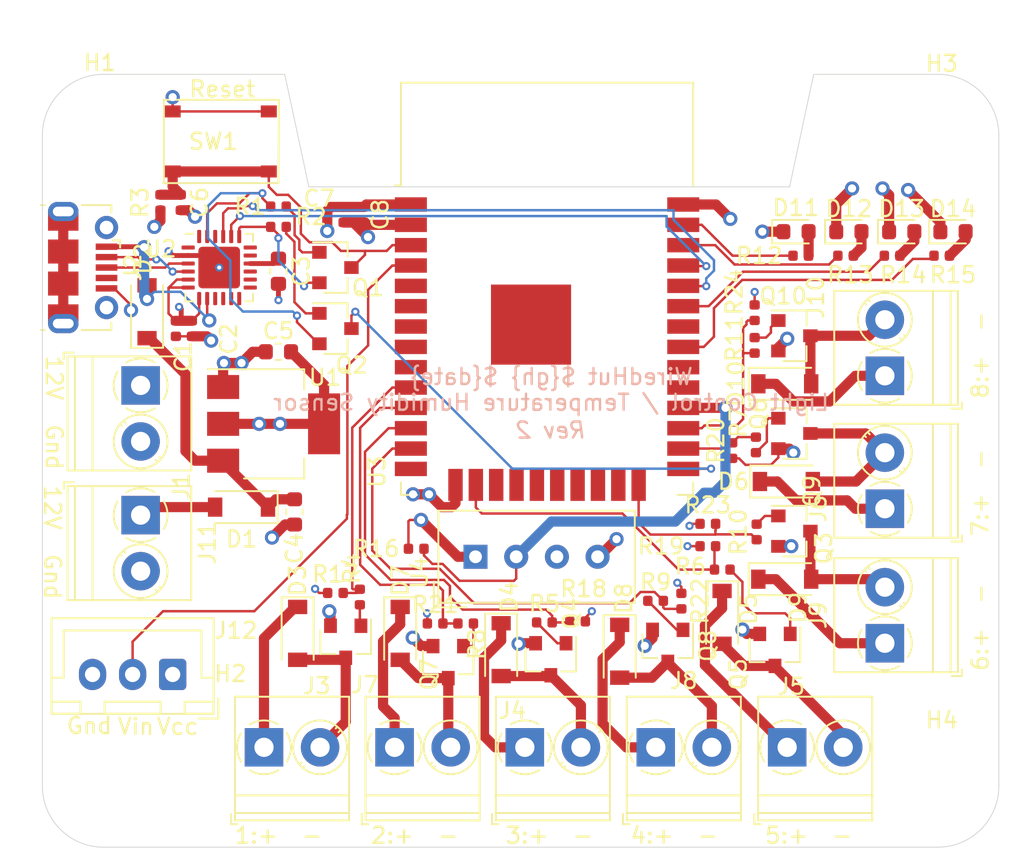
<source format=kicad_pcb>
(kicad_pcb (version 20221018) (generator pcbnew)
  (title_block (date "${date}") (rev "${gh}") (comment 4 "@Comment4@"))
  (layers (0 "F.Cu" signal) (1 "In1.Cu" power) (2 "In2.Cu" power) (31 "B.Cu" signal) (34 "B.Paste" user) (35 "F.Paste" user) (36 "B.SilkS" user "B.Silkscreen") (37 "F.SilkS" user "F.Silkscreen") (38 "B.Mask" user) (39 "F.Mask" user) (44 "Edge.Cuts" user))
  (property "PRUEBITA" "Hola!")
  (net 0 "")
  (net 1 "GND")
  (net 2 "+3V3")
  (net 3 "Net-(C3-Pad1)")
  (net 4 "Net-(C4-Pad1)")
  (net 5 "/EN")
  (net 6 "VCC")
  (net 7 "VBUS")
  (net 8 "/USB_RTS")
  (net 9 "Net-(Q1-Pad1)")
  (net 10 "/IO0")
  (net 11 "/USB_DTR")
  (net 12 "Net-(Q2-Pad1)")
  (net 13 "/USB_TX")
  (net 14 "/USB_RX")
  (net 15 "/USB_DM")
  (net 16 "/USB_DP")
  (net 17 "Net-(D3-Pad2)")
  (net 18 "Net-(D4-Pad2)")
  (net 19 "Net-(D5-Pad2)")
  (net 20 "Net-(D6-Pad2)")
  (net 21 "Net-(D7-Pad2)")
  (net 22 "Net-(D8-Pad2)")
  (net 23 "Net-(D9-Pad2)")
  (net 24 "Net-(D10-Pad2)")
  (net 25 "Net-(Q3-Pad1)")
  (net 26 "Net-(Q4-Pad1)")
  (net 27 "Net-(Q5-Pad1)")
  (net 28 "Net-(Q6-Pad1)")
  (net 29 "Net-(Q7-Pad1)")
  (net 30 "Net-(Q8-Pad1)")
  (net 31 "Net-(Q9-Pad1)")
  (net 32 "Net-(Q10-Pad1)")
  (net 33 "/PIR_A")
  (net 34 "/CH_1")
  (net 35 "/CH_3")
  (net 36 "/CH_5")
  (net 37 "/CH_7")
  (net 38 "/CH_2")
  (net 39 "/CH_4")
  (net 40 "/CH_6")
  (net 41 "/CH_8")
  (net 42 "Net-(D11-Pad2)")
  (net 43 "Net-(D12-Pad2)")
  (net 44 "Net-(D13-Pad2)")
  (net 45 "Net-(D14-Pad2)")
  (net 46 "/LED1")
  (net 47 "/LED2")
  (net 48 "/LED3")
  (net 49 "/LED4")
  (net 50 "/DHT_IO")
  (footprint "Resistor_SMD:R_0402_1005Metric" (layer "F.Cu") (at 111.2 69.85 -90)
    (fp_text reference "C1")
    (fp_text value "1uF")
  )
  (footprint "Resistor_SMD:R_0402_1005Metric" (layer "F.Cu") (at 112.2 69.85 -90)
    (fp_text reference "C2")
    (fp_text value "0.1uF")
  )
  (footprint "Resistor_SMD:R_0603_1608Metric" (layer "F.Cu") (at 117.602 66.2685 -90)
    (fp_text reference "C3")
    (fp_text value "4.7uF")
  )
  (footprint "Resistor_SMD:R_0603_1608Metric" (layer "F.Cu") (at 118.6 81.3 -90)
    (fp_text reference "C4")
    (fp_text value "1uF")
  )
  (footprint "Resistor_SMD:R_0603_1608Metric" (layer "F.Cu") (at 117.6 71.3 180)
    (fp_text reference "C5")
    (fp_text value "22uF")
  )
  (footprint "Resistor_SMD:R_0402_1005Metric" (layer "F.Cu") (at 122.936 62.738 90)
    (fp_text reference "C8")
    (fp_text value "0.1uF")
  )
  (footprint "Diode_SMD:D_SOD-123" (layer "F.Cu") (at 115.3 81 180)
    (fp_text reference "D1")
    (fp_text value "D_Schottky")
  )
  (footprint "Diode_SMD:D_SOD-123" (layer "F.Cu") (at 109.4 68.8 90)
    (fp_text reference "D2")
    (fp_text value "D_Schottky")
  )
  (footprint "Package_TO_SOT_SMD:SOT-23" (layer "F.Cu") (at 121.158 69.85)
    (fp_text reference "Q2")
    (fp_text value "Q_NPN_BEC")
  )
  (footprint "Resistor_SMD:R_0402_1005Metric" (layer "F.Cu") (at 117.602 62.23 180)
    (fp_text reference "R1")
    (fp_text value "10kR")
  )
  (footprint "Resistor_SMD:R_0402_1005Metric" (layer "F.Cu") (at 117.602 63.5 180)
    (fp_text reference "R2")
    (fp_text value "10kR")
  )
  (footprint "Resistor_SMD:R_0402_1005Metric" (layer "F.Cu") (at 110.236 61.976 -90)
    (fp_text reference "R3")
    (fp_text value "10kR")
  )
  (footprint "footprints:TS-1187A" (layer "F.Cu") (at 114 58.166)
    (fp_text reference "SW1")
    (fp_text value "SW_Push")
  )
  (footprint "Package_TO_SOT_SMD:SOT-223-3_TabPin2" (layer "F.Cu") (at 117.3 75.8)
    (fp_text reference "U1")
    (fp_text value "AZ1117-3.3")
  )
  (footprint "Package_DFN_QFN:QFN-24-1EP_4x4mm_P0.5mm_EP2.6x2.6mm" (layer "F.Cu") (at 113.904 66.04)
    (fp_text reference "U2")
    (fp_text value "CP2104")
  )
  (footprint "RF_Module:ESP32-WROOM-32" (layer "F.Cu") (at 134.366 70.358)
    (fp_text reference "U3")
    (fp_text value "ESP32-WROOM-32")
  )
  (footprint "Diode_SMD:D_SOD-123" (layer "F.Cu") (at 118.8 88.884 -90)
    (fp_text reference "D3")
    (fp_text value "D_Schottky")
  )
  (footprint "Connector_USB:USB_Micro-B_Molex-105017-0001" (layer "F.Cu") (at 105.41 66.04 -90)
    (fp_text reference "J2")
    (fp_text value "USB_B_Micro")
  )
  (footprint "Resistor_SMD:R_0402_1005Metric" (layer "F.Cu") (at 122.682 86.614 90)
    (fp_text reference "R4")
    (fp_text value "100R")
  )
  (footprint "Resistor_SMD:R_0402_1005Metric" (layer "F.Cu") (at 134.2 88.2)
    (fp_text reference "R5")
    (fp_text value "100R")
  )
  (footprint "Resistor_SMD:R_0402_1005Metric" (layer "F.Cu") (at 145.3 84.9 180)
    (fp_text reference "R6")
    (fp_text value "100R")
  )
  (footprint "Resistor_SMD:R_0402_1005Metric" (layer "F.Cu") (at 147.4 77.115 90)
    (fp_text reference "R7")
    (fp_text value "100R")
  )
  (footprint "Resistor_SMD:R_0402_1005Metric" (layer "F.Cu") (at 129.286 88.265 180)
    (fp_text reference "R8")
    (fp_text value "100R")
  )
  (footprint "Resistor_SMD:R_0402_1005Metric" (layer "F.Cu") (at 141.138 86.852)
    (fp_text reference "R9")
    (fp_text value "100R")
  )
  (footprint "Resistor_SMD:R_0402_1005Metric" (layer "F.Cu") (at 147.32 70.9 -90)
    (fp_text reference "R11")
    (fp_text value "100R")
  )
  (footprint "TerminalBlock_Phoenix:TerminalBlock_Phoenix_PT-1,5-2-3.5-H_1x02_P3.50mm_Horizontal" (layer "F.Cu") (at 109 73.4 -90)
    (fp_text reference "J1")
    (fp_text value "Screw_Terminal_01x02")
  )
  (footprint "TerminalBlock_Phoenix:TerminalBlock_Phoenix_PT-1,5-2-3.5-H_1x02_P3.50mm_Horizontal" (layer "F.Cu") (at 116.7 96)
    (fp_text reference "J3")
    (fp_text value "Screw_Terminal_01x02")
  )
  (footprint "Resistor_SMD:R_0402_1005Metric" (layer "F.Cu") (at 121.666 62.738 90)
    (fp_text reference "C7")
    (fp_text value "10uF")
  )
  (footprint "Package_TO_SOT_SMD:SOT-23" (layer "F.Cu") (at 121.158 66.04)
    (fp_text reference "Q1")
    (fp_text value "Q_NPN_BEC")
  )
  (footprint "Resistor_SMD:R_0402_1005Metric" (layer "F.Cu") (at 111.506 61.976 -90)
    (fp_text reference "C6")
    (fp_text value "4.7uF")
  )
  (footprint "Diode_SMD:D_SOD-123" (layer "F.Cu") (at 131.5 89.9 -90)
    (fp_text reference "D4")
    (fp_text value "D_Schottky")
  )
  (footprint "Diode_SMD:D_SOD-123" (layer "F.Cu") (at 145.288 87.884 -90)
    (fp_text reference "D5")
    (fp_text value "D_Schottky")
  )
  (footprint "Diode_SMD:D_SOD-123" (layer "F.Cu") (at 149.3 79.4)
    (fp_text reference "D6")
    (fp_text value "D_Schottky")
  )
  (footprint "Diode_SMD:D_SOD-123" (layer "F.Cu") (at 125.2 88.884 -90)
    (fp_text reference "D7")
    (fp_text value "D_Schottky")
  )
  (footprint "Diode_SMD:D_SOD-123" (layer "F.Cu") (at 138.9 90 -90)
    (fp_text reference "D8")
    (fp_text value "D_Schottky")
  )
  (footprint "Diode_SMD:D_SOD-123" (layer "F.Cu") (at 149.2 73.3)
    (fp_text reference "D10")
    (fp_text value "D_Schottky")
  )
  (footprint "Package_TO_SOT_SMD:SOT-23" (layer "F.Cu") (at 134.6 90.5 -90)
    (fp_text reference "Q4")
    (fp_text value "Q_NMOS_GDS")
  )
  (footprint "Package_TO_SOT_SMD:SOT-23" (layer "F.Cu") (at 148.59 89.916 -90)
    (fp_text reference "Q5")
    (fp_text value "Q_NMOS_GDS")
  )
  (footprint "Package_TO_SOT_SMD:SOT-23" (layer "F.Cu") (at 149.8 76.4)
    (fp_text reference "Q6")
    (fp_text value "Q_NMOS_GDS")
  )
  (footprint "Package_TO_SOT_SMD:SOT-23" (layer "F.Cu") (at 128.2 90.678 -90)
    (fp_text reference "Q7")
    (fp_text value "Q_NMOS_GDS")
  )
  (footprint "Package_TO_SOT_SMD:SOT-23" (layer "F.Cu") (at 141.9 89.662 -90)
    (fp_text reference "Q8")
    (fp_text value "Q_NMOS_GDS")
  )
  (footprint "TerminalBlock_Phoenix:TerminalBlock_Phoenix_PT-1,5-2-3.5-H_1x02_P3.50mm_Horizontal" (layer "F.Cu") (at 132.978 96)
    (fp_text reference "J4")
    (fp_text value "Screw_Terminal_01x02")
  )
  (footprint "TerminalBlock_Phoenix:TerminalBlock_Phoenix_PT-1,5-2-3.5-H_1x02_P3.50mm_Horizontal" (layer "F.Cu") (at 149.35 96)
    (fp_text reference "J5")
    (fp_text value "Screw_Terminal_01x02")
  )
  (footprint "TerminalBlock_Phoenix:TerminalBlock_Phoenix_PT-1,5-2-3.5-H_1x02_P3.50mm_Horizontal" (layer "F.Cu") (at 155.448 81.1 90)
    (fp_text reference "J6")
    (fp_text value "Screw_Terminal_01x02")
  )
  (footprint "TerminalBlock_Phoenix:TerminalBlock_Phoenix_PT-1,5-2-3.5-H_1x02_P3.50mm_Horizontal" (layer "F.Cu") (at 124.85 96)
    (fp_text reference "J7")
    (fp_text value "Screw_Terminal_01x02")
  )
  (footprint "TerminalBlock_Phoenix:TerminalBlock_Phoenix_PT-1,5-2-3.5-H_1x02_P3.50mm_Horizontal" (layer "F.Cu") (at 141.15 96)
    (fp_text reference "J8")
    (fp_text value "Screw_Terminal_01x02")
  )
  (footprint "TerminalBlock_Phoenix:TerminalBlock_Phoenix_PT-1,5-2-3.5-H_1x02_P3.50mm_Horizontal" (layer "F.Cu") (at 155.448 72.8 90)
    (fp_text reference "J10")
    (fp_text value "Screw_Terminal_01x02")
  )
  (footprint "Resistor_SMD:R_0402_1005Metric" (layer "F.Cu") (at 147.447 82.55 -90)
    (fp_text reference "R10")
    (fp_text value "100R")
  )
  (footprint "TerminalBlock_Phoenix:TerminalBlock_Phoenix_PT-1,5-2-3.5-H_1x02_P3.50mm_Horizontal" (layer "F.Cu") (at 155.448 89.5 90)
    (fp_text reference "J9")
    (fp_text value "Screw_Terminal_01x02")
  )
  (footprint "Package_TO_SOT_SMD:SOT-23" (layer "F.Cu") (at 149.8 82.5)
    (fp_text reference "Q9")
    (fp_text value "Q_NMOS_GDS")
  )
  (footprint "TerminalBlock_Phoenix:TerminalBlock_Phoenix_PT-1,5-2-3.5-H_1x02_P3.50mm_Horizontal" (layer "F.Cu") (at 109 81.5 -90)
    (fp_text reference "J11")
    (fp_text value "Screw_Terminal_01x02")
  )
  (footprint "Connector_JST:JST_XH_B3B-XH-A_1x03_P2.50mm_Vertical" (layer "F.Cu") (at 111 91.45 180)
    (fp_text reference "J12")
    (fp_text value "Conn_01x03")
  )
  (footprint "MountingHole:MountingHole_3.2mm_M3" (layer "F.Cu") (at 106.45 57.45)
    (fp_text reference "H1")
    (fp_text value "MountingHole")
  )
  (footprint "MountingHole:MountingHole_3.2mm_M3" (layer "F.Cu") (at 106.5 98.5)
    (fp_text reference "H2")
    (fp_text value "MountingHole")
  )
  (footprint "MountingHole:MountingHole_3.2mm_M3" (layer "F.Cu") (at 159 57.5)
    (fp_text reference "H3")
    (fp_text value "MountingHole")
  )
  (footprint "MountingHole:MountingHole_3.2mm_M3" (layer "F.Cu") (at 159 98.5)
    (fp_text reference "H4")
    (fp_text value "MountingHole")
  )
  (footprint "Diode_SMD:D_SOD-123" (layer "F.Cu") (at 149.2 85.5)
    (fp_text reference "D9")
    (fp_text value "D_Schottky")
  )
  (footprint "LED_SMD:LED_0603_1608Metric" (layer "F.Cu") (at 149.9 63.8)
    (fp_text reference "D11")
    (fp_text value "Green")
  )
  (footprint "LED_SMD:LED_0603_1608Metric" (layer "F.Cu") (at 153.2 63.8)
    (fp_text reference "D12")
    (fp_text value "Green")
  )
  (footprint "LED_SMD:LED_0603_1608Metric" (layer "F.Cu") (at 156.5 63.8)
    (fp_text reference "D13")
    (fp_text value "Red")
  )
  (footprint "LED_SMD:LED_0603_1608Metric" (layer "F.Cu") (at 159.7 63.8)
    (fp_text reference "D14")
    (fp_text value "Red")
  )
  (footprint "Resistor_SMD:R_0402_1005Metric" (layer "F.Cu") (at 150.2 65.3)
    (fp_text reference "R12")
    (fp_text value "47R")
  )
  (footprint "Resistor_SMD:R_0402_1005Metric" (layer "F.Cu") (at 153 65.3)
    (fp_text reference "R13")
    (fp_text value "47R")
  )
  (footprint "Resistor_SMD:R_0402_1005Metric" (layer "F.Cu") (at 155.9 65.3)
    (fp_text reference "R14")
    (fp_text value "150R")
  )
  (footprint "Resistor_SMD:R_0402_1005Metric" (layer "F.Cu") (at 159 65.3)
    (fp_text reference "R15")
    (fp_text value "150R")
  )
  (footprint "Sensor:Aosong_DHT11_5.5x12.0_P2.54mm" (layer "F.Cu") (at 129.9 84.1 90)
    (fp_text reference "U4")
    (fp_text value "DHT11")
  )
  (footprint "Resistor_SMD:R_0402_1005Metric" (layer "F.Cu") (at 126.2 83.6 180)
    (fp_text reference "R16")
    (fp_text value "10kR")
  )
  (footprint "Package_TO_SOT_SMD:SOT-23" (layer "F.Cu") (at 121.8 89.408 -90)
    (fp_text reference "Q3")
    (fp_text value "Q_NMOS_GSD")
  )
  (footprint "Resistor_SMD:R_0402_1005Metric" (layer "F.Cu") (at 121.158 86.36)
    (fp_text reference "R17")
    (fp_text value "10kR")
  )
  (footprint "Resistor_SMD:R_0402_1005Metric" (layer "F.Cu") (at 136.271 88.138 180)
    (fp_text reference "R18")
    (fp_text value "10kR")
  )
  (footprint "Resistor_SMD:R_0402_1005Metric" (layer "F.Cu") (at 144.399 83.439)
    (fp_text reference "R19")
    (fp_text value "10kR")
  )
  (footprint "Resistor_SMD:R_0402_1005Metric" (layer "F.Cu") (at 145.923 77.47 90)
    (fp_text reference "R20")
    (fp_text value "10kR")
  )
  (footprint "Resistor_SMD:R_0402_1005Metric" (layer "F.Cu") (at 127.381 88.265)
    (fp_text reference "R21")
    (fp_text value "10kR")
  )
  (footprint "Resistor_SMD:R_0402_1005Metric" (layer "F.Cu") (at 142.748 86.868 -90)
    (fp_text reference "R22")
    (fp_text value "10kR")
  )
  (footprint "Resistor_SMD:R_0402_1005Metric" (layer "F.Cu") (at 144.399 82.042)
    (fp_text reference "R23")
    (fp_text value "10kR")
  )
  (footprint "Resistor_SMD:R_0402_1005Metric" (layer "F.Cu") (at 147.32 68.857 -90)
    (fp_text reference "R24")
    (fp_text value "10kR")
  )
  (footprint "Package_TO_SOT_SMD:SOT-23" (layer "F.Cu") (at 149.8 70.3)
    (fp_text reference "Q10")
    (fp_text value "Q_NMOS_GDS")
  )
  (gr_line (start 102.87 57.785) (end 102.87 98.425) (stroke (width 0.05)) (layer "Edge.Cuts"))
  (gr_line (start 106.68 102.235) (end 158.75 102.235) (stroke (width 0.05)) (layer "Edge.Cuts"))
  (gr_line (start 162.56 98.425) (end 162.56 57.785) (stroke (width 0.05)) (layer "Edge.Cuts"))
  (gr_line (start 117.975 53.975) (end 118 54) (stroke (width 0.05)) (layer "Edge.Cuts"))
  (gr_line (start 151.025 53.975) (end 151 54) (stroke (width 0.05)) (layer "Edge.Cuts"))
  (gr_line (start 158.75 53.975) (end 151.025 53.975) (stroke (width 0.05)) (layer "Edge.Cuts"))
  (gr_arc (start 106.68 102.235) (mid 103.985923 101.119077) (end 102.87 98.425) (stroke (width 0.05)) (layer "Edge.Cuts"))
  (gr_arc (start 102.87 57.785) (mid 103.985923 55.090923) (end 106.68 53.975) (stroke (width 0.05)) (layer "Edge.Cuts"))
  (gr_arc (start 162.56 98.425) (mid 161.444077 101.119077) (end 158.75 102.235) (stroke (width 0.05)) (layer "Edge.Cuts"))
  (gr_line (start 119.5 61) (end 149.5 61) (stroke (width 0.05)) (layer "Edge.Cuts"))
  (gr_arc (start 158.75 53.975) (mid 161.444077 55.090923) (end 162.56 57.785) (stroke (width 0.05)) (layer "Edge.Cuts"))
  (gr_line (start 106.68 53.975) (end 117.975 53.975) (stroke (width 0.05)) (layer "Edge.Cuts"))
  (gr_line (start 149.5 61) (end 151 54) (stroke (width 0.05)) (layer "Edge.Cuts"))
  (gr_line (start 118 54) (end 119.5 61) (stroke (width 0.05)) (layer "Edge.Cuts"))
  (gr_text "Rev 2" (at 134.62 76.2) (layer "B.SilkS") (effects (font (size 1 1) (thickness 0.15) italic) (justify mirror)))
  (gr_text "WiredHut ${gh} ${date}\nLight Control / Temperature Humidity Sensor" (at 134.62 73.66) (layer "B.SilkS") (effects (font (size 1 1)) (justify mirror)))
  (gr_text "12V  Gnd" (at 103.5 83.2 270) (layer "F.SilkS") (effects (font (size 1 1))))
  (gr_text "5:+  -" (at 150.7 101.5) (layer "F.SilkS") (effects (font (size 1 1))))
  (gr_text "Gnd" (at 105.8 94.65) (layer "F.SilkS") (effects (font (size 1 1))))
  (gr_text "6:+  -" (at 161.4 88.5 90) (layer "F.SilkS") (effects (font (size 1 1))))
  (gr_text "8:+  -" (at 161.4 71.5 90) (layer "F.SilkS") (effects (font (size 1 1))))
  (gr_text "Vcc" (at 111.3 94.7) (layer "F.SilkS") (effects (font (size 1 1))))
  (gr_text "Vin" (at 108.7 94.7) (layer "F.SilkS") (effects (font (size 1 1))))
  (gr_text "4:+  -" (at 142.3 101.5) (layer "F.SilkS") (effects (font (size 1 1))))
  (gr_text "12V  Gnd" (at 103.6 75.1 270) (layer "F.SilkS") (effects (font (size 1 1))))
  (gr_text "2:+  -" (at 126.1 101.5) (layer "F.SilkS") (effects (font (size 1 1))))
  (gr_text "1:+  -" (at 117.6 101.5) (layer "F.SilkS") (effects (font (size 1 1))))
  (gr_text "Reset" (at 114.1 54.9) (layer "F.SilkS") (effects (font (size 1 1))))
  (gr_text "7:+  -" (at 161.4 80.1 90) (layer "F.SilkS") (effects (font (size 1 1))))
  (gr_text "3:+  -" (at 134.5 101.5) (layer "F.SilkS") (effects (font (size 1 1))))
  (segment (start 142.866 62.103) (end 144.903 62.103) (width 0.635) (layer "F.Cu") (net 1))
  (segment (start 118.0125 82.0875) (end 117.2 82.9) (width 0.635) (layer "F.Cu") (net 1))
  (segment (start 147.64 88.916) (end 146.828 88.916) (width 0.635) (layer "F.Cu") (net 1))
  (segment (start 111.991 62.461) (end 112.395 62.865) (width 0.635) (layer "F.Cu") (net 1))
  (segment (start 147.32 68.372) (end 147.32 67.564) (width 0.1524) (layer "F.Cu") (net 1))
  (segment (start 125.866 62.103) (end 123.086 62.103) (width 0.635) (layer "F.Cu") (net 1))
  (segment (start 116.8125 71.3) (end 116 71.3) (width 0.635) (layer "F.Cu") (net 1))
  (segment (start 140.95 88.662) (end 140.95 89.174) (width 0.635) (layer "F.Cu") (net 1))
  (segment (start 122.936 62.253) (end 121.666 62.253) (width 0.635) (layer "F.Cu") (net 1))
  (segment (start 148.3434 78.359) (end 148.8 77.9024) (width 0.1524) (layer "F.Cu") (net 1))
  (segment (start 140.95 89.174) (end 140.462 89.662) (width 0.635) (layer "F.Cu") (net 1))
  (segment (start 111.2 70.335) (end 112.2 70.335) (width 0.1524) (layer "F.Cu") (net 1))
  (segment (start 120.87609 62.25791) (end 120.65 62.484) (width 0.635) (layer "F.Cu") (net 1))
  (segment (start 113.154 65.29) (end 113.904 66.04) (width 0.3048) (layer "F.Cu") (net 1))
  (segment (start 126.896 87.653) (end 126.873 87.63) (width 0.1524) (layer "F.Cu") (net 1))
  (segment (start 143.914 83.439) (end 143.129 83.439) (width 0.1524) (layer "F.Cu") (net 1))
  (segment (start 107.3475 67.34) (end 108.4 68.3925) (width 0.1524) (layer "F.Cu") (net 1))
  (segment (start 108.4 68.3925) (end 108.4 68.7) (width 0.1524) (layer "F.Cu") (net 1))
  (segment (start 117 56.291) (end 116.3476 56.291) (width 0.1524) (layer "F.Cu") (net 1))
  (segment (start 152.4125 63.8) (end 152.4125 62.0875) (width 0.635) (layer "F.Cu") (net 1))
  (segment (start 127.25 89.678) (end 126.508 89.678) (width 0.635) (layer "F.Cu") (net 1))
  (segment (start 115.3 72) (end 114.2 72) (width 0.635) (layer "F.Cu") (net 1))
  (segment (start 137.6 84.1) (end 138.7 83) (width 0.635) (layer "F.Cu") (net 1))
  (segment (start 148.8 83.45) (end 149.595 83.45) (width 0.635) (layer "F.Cu") (net 1))
  (segment (start 127.8 81) (end 127 80.2) (width 0.635) (layer "F.Cu") (net 1))
  (segment (start 148.8 71.25) (end 148.8 71.037) (width 0.635) (layer "F.Cu") (net 1))
  (segment (start 116.3476 56.291) (end 111 56.291) (width 0.1524) (layer "F.Cu") (net 1))
  (segment (start 143.914 82.042) (end 143.383 82.042) (width 0.1524) (layer "F.Cu") (net 1))
  (segment (start 113.135 70.335) (end 113.4 70.6) (width 0.635) (layer "F.Cu") (net 1))
  (segment (start 155.7125 61.5125) (end 155.3 61.1) (width 0.635) (layer "F.Cu") (net 1))
  (segment (start 144.903 62.103) (end 145.8 63) (width 0.635) (layer "F.Cu") (net 1))
  (segment (start 117.602 67.056) (end 117.602 68.072) (width 0.3048) (layer "F.Cu") (net 1))
  (segment (start 136.756 87.907) (end 137.16 87.503) (width 0.1524) (layer "F.Cu") (net 1))
  (segment (start 106.8725 67.34) (end 107.3475 67.34) (width 0.1524) (layer "F.Cu") (net 1))
  (segment (start 137.52 84.1) (end 137.6 84.1) (width 0.635) (layer "F.Cu") (net 1))
  (segment (start 146.343 77.955) (end 146.747 78.359) (width 0.1524) (layer "F.Cu") (net 1))
  (segment (start 149.595 83.45) (end 149.606 83.439) (width 0.635) (layer "F.Cu") (net 1))
  (segment (start 114.15 72.05) (end 114.2 72) (width 0.635) (layer "F.Cu") (net 1))
  (segment (start 118.6 82.0875) (end 118.0125 82.0875) (width 0.635) (layer "F.Cu") (net 1))
  (segment (start 132.623 89.5) (end 132.588 89.535) (width 0.635) (layer "F.Cu") (net 1))
  (segment (start 148.8 77.9024) (end 148.8 77.35) (width 0.1524) (layer "F.Cu") (net 1))
  (segment (start 145.923 77.955) (end 146.343 77.955) (width 0.1524) (layer "F.Cu") (net 1))
  (segment (start 111.9665 65.29) (end 113.154 65.29) (width 0.3048) (layer "F.Cu") (net 1))
  (segment (start 128.4 81) (end 127.8 81) (width 0.635) (layer "F.Cu") (net 1))
  (segment (start 120.65 62.484) (end 120.65 63.754) (width 0.635) (layer "F.Cu") (net 1))
  (segment (start 142.748 85.979) (end 142.494 85.725) (width 0.1524) (layer "F.Cu") (net 1))
  (segment (start 148.8 77.35) (end 149.486 77.35) (width 0.635) (layer "F.Cu") (net 1))
  (segment (start 133.65 89.5) (end 132.623 89.5) (width 0.635) (layer "F.Cu") (net 1))
  (segment (start 111.01 65.29) (end 110.744 65.024) (width 0.3048) (layer "F.Cu") (net 1))
  (segment (start 111.9665 65.29) (end 111.01 65.29) (width 0.3048) (layer "F.Cu") (net 1))
  (segment (start 127 80.2) (end 126 80.2) (width 0.635) (layer "F.Cu") (net 1))
  (segment (start 121.666 62.253) (end 120.881 62.253) (width 0.635) (layer "F.Cu") (net 1))
  (segment (start 128.651 80.749) (end 128.4 81) (width 0.635) (layer "F.Cu") (net 1))
  (segment (start 120.881 62.253) (end 120.87609 62.25791) (width 0.635) (layer "F.Cu") (net 1))
  (segment (start 149.1125 63.8) (end 147.8 63.8) (width 0.635) (layer "F.Cu") (net 1))
  (segment (start 111.506 62.461) (end 111.991 62.461) (width 0.635) (layer "F.Cu") (net 1))
  (segment (start 126.508 89.678) (end 125.984 89.154) (width 0.635) (layer "F.Cu") (net 1))
  (segment (start 149.486 77.35) (end 149.733 77.597) (width 0.635) (layer "F.Cu") (net 1))
  (segment (start 112.2 70.335) (end 113.135 70.335) (width 0.635) (layer "F.Cu") (net 1))
  (segment (start 111 56.291) (end 111 55.4) (width 0.1524) (layer "F.Cu") (net 1))
  (segment (start 155.7125 63.8) (end 155.7125 61.5125) (width 0.635) (layer "F.Cu") (net 1))
  (segment (start 104.1725 63.14) (end 104.1725 65.04) (width 0.635) (layer "F.Cu") (net 1))
  (segment (start 152.4125 62.0875) (end 153.4 61.1) (width 0.635) (layer "F.Cu") (net 1))
  (segment (start 126.896 88.265) (end 126.896 87.653) (width 0.1524) (layer "F.Cu") (net 1))
  (segment (start 104.1725 67.04) (end 104.1725 68.94) (width 0.635) (layer "F.Cu") (net 1))
  (segment (start 120.85 88.408) (end 120.85 87.576) (width 0.635) (layer "F.Cu") (net 1))
  (segment (start 148.8 71.037) (end 149.352 70.485) (width 0.635) (layer "F.Cu") (net 1))
  (segment (start 123.086 62.103) (end 122.936 62.253) (width 0.635) (layer "F.Cu") (net 1))
  (segment (start 146.828 88.916) (end 146.558 88.646) (width 0.635) (layer "F.Cu") (net 1))
  (segment (start 136.756 88.138) (end 136.756 87.907) (width 0.1524) (layer "F.Cu") (net 1))
  (segment (start 104.1725 65.04) (end 104.1725 67.04) (width 0.635) (layer "F.Cu") (net 1))
  (segment (start 143.383 82.042) (end 143.256 82.169) (width 0.1524) (layer "F.Cu") (net 1))
  (segment (start 120.142 86.36) (end 119.888 86.106) (width 0.1524) (layer "F.Cu") (net 1))
  (segment (start 128.651 79.613) (end 128.651 80.749) (width 0.635) (layer "F.Cu") (net 1))
  (segment (start 116 71.3) (end 115.3 72) (width 0.635) (layer "F.Cu") (net 1))
  (segment (start 120.673 86.36) (end 120.142 86.36) (width 0.1524) (layer "F.Cu") (net 1))
  (segment (start 158.9125 63.2125) (end 156.9 61.2) (width 0.635) (layer "F.Cu") (net 1))
  (segment (start 120.85 87.576) (end 120.777 87.503) (width 0.635) (layer "F.Cu") (net 1))
  (segment (start 114.15 73.5) (end 114.15 72.05) (width 0.635) (layer "F.Cu") (net 1))
  (segment (start 142.748 86.383) (end 142.748 85.979) (width 0.1524) (layer "F.Cu") (net 1))
  (segment (start 158.9125 63.8) (end 158.9125 63.2125) (width 0.635) (layer "F.Cu") (net 1))
  (segment (start 146.747 78.359) (end 148.3434 78.359) (width 0.1524) (layer "F.Cu") (net 1))
  (via (at 140.462 89.662) (size 0.889) (drill 0.508) (layers "F.Cu" "B.Cu") (net 1))
  (via (at 147.32 67.564) (size 0.508) (drill 0.254) (layers "F.Cu" "B.Cu") (net 1))
  (via (at 108.4 68.7) (size 0.889) (drill 0.508) (layers "F.Cu" "B.Cu") (net 1))
  (via (at 126 80.2) (size 0.889) (drill 0.508) (layers "F.Cu" "B.Cu") (net 1))
  (via (at 113.4 70.6) (size 0.889) (drill 0.508) (layers "F.Cu" "B.Cu") (net 1))
  (via (at 156.9 61.2) (size 0.889) (drill 0.508) (layers "F.Cu" "B.Cu") (net 1))
  (via (at 149.733 77.597) (size 0.889) (drill 0.508) (layers "F.Cu" "B.Cu") (net 1))
  (via (at 113.904 66.04) (size 0.508) (drill 0.254) (layers "F.Cu" "B.Cu") (net 1))
  (via (at 117.2 82.9) (size 0.889) (drill 0.508) (layers "F.Cu" "B.Cu") (net 1))
  (via (at 155.3 61.1) (size 0.889) (drill 0.508) (layers "F.Cu" "B.Cu") (net 1))
  (via (at 142.494 85.725) (size 0.508) (drill 0.254) (layers "F.Cu" "B.Cu") (net 1))
  (via (at 127 80.2) (size 0.889) (drill 0.508) (layers "F.Cu" "B.Cu") (net 1))
  (via (at 145.8 63) (size 0.889) (drill 0.508) (layers "F.Cu" "B.Cu") (net 1))
  (via (at 147.8 63.8) (size 0.889) (drill 0.508) (layers "F.Cu" "B.Cu") (net 1))
  (via (at 149.606 83.439) (size 0.889) (drill 0.508) (layers "F.Cu" "B.Cu") (net 1))
  (via (at 112.395 62.865) (size 0.889) (drill 0.508) (layers "F.Cu" "B.Cu") (net 1))
  (via (at 110.744 65.024) (size 0.508) (drill 0.254) (layers "F.Cu" "B.Cu") (net 1))
  (via (at 111 55.4) (size 0.889) (drill 0.508) (layers "F.Cu" "B.Cu") (net 1))
  (via (at 114.2 72) (size 0.889) (drill 0.508) (layers "F.Cu" "B.Cu") (net 1))
  (via (at 143.129 83.439) (size 0.508) (drill 0.254) (layers "F.Cu" "B.Cu") (net 1))
  (via (at 120.777 87.503) (size 0.889) (drill 0.508) (layers "F.Cu" "B.Cu") (net 1))
  (via (at 117.602 68.072) (size 0.508) (drill 0.254) (layers "F.Cu" "B.Cu") (net 1))
  (via (at 138.7 83) (size 0.889) (drill 0.508) (layers "F.Cu" "B.Cu") (net 1))
  (via (at 153.4 61.1) (size 0.889) (drill 0.508) (layers "F.Cu" "B.Cu") (net 1))
  (via (at 143.256 82.169) (size 0.508) (drill 0.254) (layers "F.Cu" "B.Cu") (net 1))
  (via (at 115.3 72) (size 0.889) (drill 0.508) (layers "F.Cu" "B.Cu") (net 1))
  (via (at 149.352 70.485) (size 0.889) (drill 0.508) (layers "F.Cu" "B.Cu") (net 1))
  (via (at 126.873 87.63) (size 0.508) (drill 0.254) (layers "F.Cu" "B.Cu") (net 1))
  (via (at 125.984 89.154) (size 0.889) (drill 0.508) (layers "F.Cu" "B.Cu") (net 1))
  (via (at 132.588 89.535) (size 0.889) (drill 0.508) (layers "F.Cu" "B.Cu") (net 1))
  (via (at 146.558 88.646) (size 0.889) (drill 0.508) (layers "F.Cu" "B.Cu") (net 1))
  (via (at 119.888 86.106) (size 0.508) (drill 0.254) (layers "F.Cu" "B.Cu") (net 1))
  (via (at 120.65 63.754) (size 0.889) (drill 0.508) (layers "F.Cu" "B.Cu") (net 1))
  (via (at 137.16 87.503) (size 0.508) (drill 0.254) (layers "F.Cu" "B.Cu") (net 1))
  (segment (start 117.7 75.8) (end 116.4 75.8) (width 0.635) (layer "F.Cu") (net 2))
  (segment (start 121.666 63.223) (end 122.278 63.223) (width 0.635) (layer "F.Cu") (net 2))
  (segment (start 125.871383 81.8) (end 126.5 81.8) (width 0.1524) (layer "F.Cu") (net 2))
  (segment (start 120.45 73.3625) (end 118.3875 71.3) (width 0.635) (layer "F.Cu") (net 2))
  (segment (start 110.744 68.909) (end 111.2 69.365) (width 0.1524) (layer "F.Cu") (net 2))
  (segment (start 110.744 67.31) (end 110.764 67.29) (width 0.1524) (layer "F.Cu") (net 2))
  (segment (start 110.744 67.31) (end 111.264 66.79) (width 0.1524) (layer "F.Cu") (net 2))
  (segment (start 110.236 62.461) (end 110.236 63.119) (width 0.635) (layer "F.Cu") (net 2))
  (segment (start 111.264 66.79) (end 111.9665 66.79) (width 0.1524) (layer "F.Cu") (net 2))
  (segment (start 110.236 63.119) (end 109.855 63.5) (width 0.635) (layer "F.Cu") (net 2))
  (segment (start 122.278 63.223) (end 123.19 64.135) (width 0.635) (layer "F.Cu") (net 2))
  (segment (start 120.45 75.8) (end 120.45 73.3625) (width 0.635) (layer "F.Cu") (net 2))
  (segment (start 111.535 69.365) (end 112.2 69.365) (width 0.635) (layer "F.Cu") (net 2))
  (segment (start 128.8 84.1) (end 126.5 81.8) (width 0.635) (layer "F.Cu") (net 2))
  (segment (start 123.086 63.373) (end 122.936 63.223) (width 0.635) (layer "F.Cu") (net 2))
  (segment (start 110.764 67.29) (end 111.9665 67.29) (width 0.1524) (layer "F.Cu") (net 2))
  (segment (start 125.715 83.6) (end 125.715 81.885) (width 0.1524) (layer "F.Cu") (net 2))
  (segment (start 114.15 75.8) (end 116.4 75.8) (width 0.635) (layer "F.Cu") (net 2))
  (segment (start 125.8 81.8) (end 125.871383 81.8) (width 0.1524) (layer "F.Cu") (net 2))
  (segment (start 111.535 68.635) (end 111.4 68.5) (width 0.3048) (layer "F.Cu") (net 2))
  (segment (start 112.654 67.9775) (end 112.654 68.911) (width 0.1524) (layer "F.Cu") (net 2))
  (segment (start 122.936 63.223) (end 121.666 63.223) (width 0.635) (layer "F.Cu") (net 2))
  (segment (start 112.654 68.911) (end 112.2 69.365) (width 0.1524) (layer "F.Cu") (net 2))
  (segment (start 125.715 81.885) (end 125.8 81.8) (width 0.1524) (layer "F.Cu") (net 2))
  (segment (start 111.2 69.365) (end 111.535 69.365) (width 0.635) (layer "F.Cu") (net 2))
  (segment (start 110.744 67.31) (end 110.744 68.909) (width 0.1524) (layer "F.Cu") (net 2))
  (segment (start 125.866 63.373) (end 123.086 63.373) (width 0.635) (layer "F.Cu") (net 2))
  (segment (start 111.535 69.365) (end 111.535 68.635) (width 0.3048) (layer "F.Cu") (net 2))
  (segment (start 117.7 75.8) (end 120.45 75.8) (width 0.635) (layer "F.Cu") (net 2))
  (segment (start 129.9 84.1) (end 128.8 84.1) (width 0.635) (layer "F.Cu") (net 2))
  (via (at 123.19 64.135) (size 0.889) (drill 0.508) (layers "F.Cu" "B.Cu") (net 2))
  (via (at 116.4 75.8) (size 0.889) (drill 0.508) (layers "F.Cu" "B.Cu") (net 2))
  (via (at 109.855 63.5) (size 0.889) (drill 0.508) (layers "F.Cu" "B.Cu") (net 2))
  (via (at 111.4 68.5) (size 0.508) (drill 0.254) (layers "F.Cu" "B.Cu") (net 2))
  (via (at 117.7 75.8) (size 0.889) (drill 0.508) (layers "F.Cu" "B.Cu") (net 2))
  (via (at 126.5 81.8) (size 0.889) (drill 0.508) (layers "F.Cu" "B.Cu") (net 2))
  (segment (start 117.602 65.481) (end 117.293 65.79) (width 0.3048) (layer "F.Cu") (net 3))
  (segment (start 117.293 65.79) (end 115.8415 65.79) (width 0.3048) (layer "F.Cu") (net 3))
  (segment (start 118.6 80.5125) (end 117.4375 80.5125) (width 0.635) (layer "F.Cu") (net 4))
  (segment (start 117.4375 80.5125) (end 116.95 81) (width 0.635) (layer "F.Cu") (net 4))
  (segment (start 112.4 78.1) (end 114.15 78.1) (width 0.635) (layer "F.Cu") (net 4))
  (segment (start 109.55 70.45) (end 111.8 72.7) (width 0.635) (layer "F.Cu") (net 4))
  (segment (start 111.8 72.7) (end 111.8 77.5) (width 0.635) (layer "F.Cu") (net 4))
  (segment (start 109.4 70.45) (end 109.55 70.45) (width 0.635) (layer "F.Cu") (net 4))
  (segment (start 114.15 78.1) (end 114.15 78.2) (width 0.635) (layer "F.Cu") (net 4))
  (segment (start 111.8 77.5) (end 112.4 78.1) (width 0.635) (layer "F.Cu") (net 4))
  (segment (start 114.15 78.2) (end 116.95 81) (width 0.635) (layer "F.Cu") (net 4))
  (segment (start 117 61) (end 117 60.041) (width 0.1524) (layer "F.Cu") (net 5))
  (segment (start 118.2089 61.5) (end 117.5 61.5) (width 0.1524) (layer "F.Cu") (net 5))
  (segment (start 111 60.041) (end 117 60.041) (width 0.635) (layer "F.Cu") (net 5))
  (segment (start 121.5 65) (end 120.961399 64.461399) (width 0.1524) (layer "F.Cu") (net 5))
  (segment (start 125.866 64.643) (end 124.7136 64.643) (width 0.1524) (layer "F.Cu") (net 5))
  (segment (start 111 60.985) (end 111.506 61.491) (width 0.635) (layer "F.Cu") (net 5))
  (segment (start 119 63.922798) (end 119 62.2911) (width 0.1524) (layer "F.Cu") (net 5))
  (segment (start 120.961399 64.461399) (end 119.538601 64.461399) (width 0.1524) (layer "F.Cu") (net 5))
  (segment (start 119.538601 64.461399) (end 119 63.922798) (width 0.1524) (layer "F.Cu") (net 5))
  (segment (start 123 65.248) (end 122.208 66.04) (width 0.1524) (layer "F.Cu") (net 5))
  (segment (start 124.7136 64.643) (end 124.3566 65) (width 0.1524) (layer "F.Cu") (net 5))
  (segment (start 110.236 61.491) (end 111.506 61.491) (width 0.635) (layer "F.Cu") (net 5))
  (segment (start 117.5 61.5) (end 117 61) (width 0.1524) (layer "F.Cu") (net 5))
  (segment (start 119 62.2911) (end 118.2089 61.5) (width 0.1524) (layer "F.Cu") (net 5))
  (segment (start 124.3566 65) (end 123 65) (width 0.1524) (layer "F.Cu") (net 5))
  (segment (start 111 60.041) (end 111 60.985) (width 0.635) (layer "F.Cu") (net 5))
  (segment (start 123 65) (end 123 65.248) (width 0.1524) (layer "F.Cu") (net 5))
  (segment (start 123 65) (end 121.5 65) (width 0.1524) (layer "F.Cu") (net 5))
  (segment (start 122.208 66.04) (end 122.158 66.04) (width 0.1524) (layer "F.Cu") (net 5))
  (segment (start 153.613 72.8) (end 155.448 72.8) (width 0.635) (layer "F.Cu") (net 6))
  (segment (start 130.430099 95.287099) (end 130.430099 90.404901) (width 0.635) (layer "F.Cu") (net 6))
  (segment (start 148.635 85.5) (end 152.635 89.5) (width 0.635) (layer "F.Cu") (net 6))
  (segment (start 144.218099 88.388901) (end 145.288 87.319) (width 0.635) (layer "F.Cu") (net 6))
  (segment (start 149.35 96) (end 144.218099 90.868099) (width 0.635) (layer "F.Cu") (net 6))
  (segment (start 118.65 87.234) (end 118.8 87.234) (width 0.635) (layer "F.Cu") (net 6))
  (segment (start 124.130099 89.388901) (end 125.2 88.319) (width 0.635) (layer "F.Cu") (net 6))
  (segment (start 113.65 81) (end 109.5 81) (width 0.635) (layer "F.Cu") (net 6))
  (segment (start 139.315 96) (end 141.15 96) (width 0.635) (layer "F.Cu") (net 6))
  (segment (start 145.288 87.319) (end 145.288 86.234) (width 0.635) (layer "F.Cu") (net 6))
  (segment (start 124.85 96) (end 124.85 94.165) (width 0.635) (layer "F.Cu") (net 6))
  (segment (start 109.5 81) (end 109 81.5) (width 0.635) (layer "F.Cu") (net 6))
  (segment (start 125.2 88.319) (end 125.2 87.234) (width 0.635) (layer "F.Cu") (net 6))
  (segment (start 132.978 96) (end 131.143 96) (width 0.635) (layer "F.Cu") (net 6))
  (segment (start 149.735 74.4) (end 152.013 74.4) (width 0.635) (layer "F.Cu") (net 6))
  (segment (start 153.093099 80.580099) (end 153.613 81.1) (width 0.635) (layer "F.Cu") (net 6))
  (segment (start 137.830099 90.504901) (end 137.830099 94.515099) (width 0.635) (layer "F.Cu") (net 6))
  (segment (start 116.7 96) (end 116.7 89.184) (width 0.635) (layer "F.Cu") (net 6))
  (segment (start 147.65 79.4) (end 148.735 79.4) (width 0.635) (layer "F.Cu") (net 6))
  (segment (start 131.143 96) (end 130.430099 95.287099) (width 0.635) (layer "F.Cu") (net 6))
  (segment (start 152.013 74.4) (end 153.613 72.8) (width 0.635) (layer "F.Cu") (net 6))
  (segment (start 130.430099 90.404901) (end 131.5 89.335) (width 0.635) (layer "F.Cu") (net 6))
  (segment (start 153.613 81.1) (end 155.448 81.1) (width 0.635) (layer "F.Cu") (net 6))
  (segment (start 144.218099 90.868099) (end 144.218099 88.388901) (width 0.635) (layer "F.Cu") (net 6))
  (segment (start 116.7 89.184) (end 118.65 87.234) (width 0.635) (layer "F.Cu") (net 6))
  (segment (start 149.915099 80.580099) (end 153.093099 80.580099) (width 0.635) (layer "F.Cu") (net 6))
  (segment (start 124.130099 93.445099) (end 124.130099 89.388901) (width 0.635) (layer "F.Cu") (net 6))
  (segment (start 148.735 79.4) (end 149.915099 80.580099) (width 0.635) (layer "F.Cu") (net 6))
  (segment (start 147.55 73.3) (end 148.635 73.3) (width 0.635) (layer "F.Cu") (net 6))
  (segment (start 124.85 94.165) (end 124.130099 93.445099) (width 0.635) (layer "F.Cu") (net 6))
  (segment (start 137.830099 94.515099) (end 139.315 96) (width 0.635) (layer "F.Cu") (net 6))
  (segment (start 153.613 89.5) (end 155.448 89.5) (width 0.635) (layer "F.Cu") (net 6))
  (segment (start 138.9 88.35) (end 138.9 89.435) (width 0.635) (layer "F.Cu") (net 6))
  (segment (start 147.55 85.5) (end 148.635 85.5) (width 0.635) (layer "F.Cu") (net 6))
  (segment (start 148.635 73.3) (end 149.735 74.4) (width 0.635) (layer "F.Cu") (net 6))
  (segment (start 152.635 89.5) (end 153.613 89.5) (width 0.635) (layer "F.Cu") (net 6))
  (segment (start 131.5 89.335) (end 131.5 88.25) (width 0.635) (layer "F.Cu") (net 6))
  (segment (start 138.9 89.435) (end 137.830099 90.504901) (width 0.635) (layer "F.Cu") (net 6))
  (segment (start 106.8725 64.74) (end 109.19 64.74) (width 0.3048) (layer "F.Cu") (net 7))
  (segment (start 113.154 67.9775) (end 113.154 69.212) (width 0.1524) (layer "F.Cu") (net 7))
  (segment (start 113.154 69.212) (end 113.284 69.342) (width 0.1524) (layer "F.Cu") (net 7))
  (segment (start 109.4 68) (end 109.4 67.15) (width 0.635) (layer "F.Cu") (net 7))
  (segment (start 109.19 64.74) (end 109.22 64.77) (width 0.3048) (layer "F.Cu") (net 7))
  (via (at 109.4 68) (size 0.889) (drill 0.508) (layers "F.Cu" "B.Cu") (net 7))
  (via (at 113.284 69.342) (size 0.889) (drill 0.508) (layers "F.Cu" "B.Cu") (net 7))
  (via (at 109.22 64.77) (size 0.889) (drill 0.508) (layers "F.Cu" "B.Cu") (net 7))
  (segment (start 109.22 67.82) (end 109.4 68) (width 0.635) (layer "B.Cu") (net 7))
  (segment (start 111.497501 67.555501) (end 109.844499 67.555501) (width 0.1524) (layer "B.Cu") (net 7))
  (segment (start 109.22 64.77) (end 109.22 67.82) (width 0.635) (layer "B.Cu") (net 7))
  (segment (start 113.284 69.342) (end 111.497501 67.555501) (width 0.1524) (layer "B.Cu") (net 7))
  (segment (start 109.844499 67.555501) (end 109.4 68) (width 0.1524) (layer "B.Cu") (net 7))
  (segment (start 115.154 64.1025) (end 115.154 63.59) (width 0.1524) (layer "F.Cu") (net 8))
  (segment (start 120.158 66.99) (end 119.41 66.99) (width 0.1524) (layer "F.Cu") (net 8))
  (segment (start 117.6 63.983) (end 117.117 63.5) (width 0.1524) (layer "F.Cu") (net 8))
  (segment (start 119.41 66.99) (end 119.2 67.2) (width 0.1524) (layer "F.Cu") (net 8))
  (segment (start 115.154 63.59) (end 115.244 63.5) (width 0.1524) (layer "F.Cu") (net 8))
  (segment (start 115.244 63.5) (end 117.117 63.5) (width 0.1524) (layer "F.Cu") (net 8))
  (segment (start 117.6 64.2) (end 117.6 63.983) (width 0.1524) (layer "F.Cu") (net 8))
  (via (at 117.6 64.2) (size 0.508) (drill 0.254) (layers "F.Cu" "B.Cu") (net 8))
  (via (at 119.2 67.2) (size 0.508) (drill 0.254) (layers "F.Cu" "B.Cu") (net 8))
  (segment (start 119.2 67.2) (end 117.6 65.6) (width 0.1524) (layer "B.Cu") (net 8))
  (segment (start 117.6 65.6) (end 117.6 64.2) (width 0.1524) (layer "B.Cu") (net 8))
  (segment (start 118.61061 64.012544) (end 118.90481 64.306744) (width 0.1524) (layer "F.Cu") (net 9))
  (segment (start 118.61061 62.75361) (end 118.61061 64.012544) (width 0.1524) (layer "F.Cu") (net 9))
  (segment (start 118.90481 64.306744) (end 118.90481 64.90481) (width 0.1524) (layer "F.Cu") (net 9))
  (segment (start 118.90481 64.90481) (end 119.09 65.09) (width 0.1524) (layer "F.Cu") (net 9))
  (segment (start 119.09 65.09) (end 120.158 65.09) (width 0.1524) (layer "F.Cu") (net 9))
  (segment (start 118.087 62.23) (end 118.61061 62.75361) (width 0.1524) (layer "F.Cu") (net 9))
  (segment (start 142.879 78.6) (end 142.866 78.613) (width 0.1524) (layer "F.Cu") (net 10))
  (segment (start 122.158 69.042) (end 122.4 68.8) (width 0.1524) (layer "F.Cu") (net 10))
  (segment (start 122.158 69.85) (end 122.158 69.042) (width 0.1524) (layer "F.Cu") (net 10))
  (segment (start 144.6 78.6) (end 142.879 78.6) (width 0.1524) (layer "F.Cu") (net 10))
  (via (at 122.4 68.8) (size 0.508) (drill 0.254) (layers "F.Cu" "B.Cu") (net 10))
  (via (at 144.6 78.6) (size 0.508) (drill 0.254) (layers "F.Cu" "B.Cu") (net 10))
  (segment (start 122.4 68.8) (end 132.2 78.6) (width 0.1524) (layer "B.Cu") (net 10))
  (segment (start 132.2 78.6) (end 144.6 78.6) (width 0.1524) (layer "B.Cu") (net 10))
  (segment (start 115.8 61.4) (end 116.6 61.4) (width 0.1524) (layer "F.Cu") (net 11))
  (segment (start 113.154 62.646) (end 113.76289 62.03711) (width 0.1524) (layer "F.Cu") (net 11))
  (segment (start 120.158 70.8) (end 120.108 70.8) (width 0.1524) (layer "F.Cu") (net 11))
  (segment (start 113.154 64.1025) (end 113.154 62.646) (width 0.1524) (layer "F.Cu") (net 11))
  (segment (start 118.75875 69.45075) (end 118.75875 69.04125) (width 0.1524) (layer "F.Cu") (net 11))
  (segment (start 113.76289 62.03711) (end 115.16289 62.03711) (width 0.1524) (layer "F.Cu") (net 11))
  (segment (start 120.108 70.8) (end 118.75875 69.45075) (width 0.1524) (layer "F.Cu") (net 11))
  (segment (start 116.6 61.713) (end 117.117 62.23) (width 0.1524) (layer "F.Cu") (net 11))
  (segment (start 115.16289 62.03711) (end 115.8 61.4) (width 0.1524) (layer "F.Cu") (net 11))
  (segment (start 116.6 61.4) (end 116.6 61.713) (width 0.1524) (layer "F.Cu") (net 11))
  (via (at 118.75875 69.04125) (size 0.508) (drill 0.254) (layers "F.Cu" "B.Cu") (net 11))
  (via (at 116.6 61.4) (size 0.508) (drill 0.254) (layers "F.Cu" "B.Cu") (net 11))
  (segment (start 114 61.4) (end 116.6 61.4) (width 0.1524) (layer "B.Cu") (net 11))
  (segment (start 115.387251 68.787251) (end 114.6 68) (width 0.1524) (layer "B.Cu") (net 11))
  (segment (start 113.2 62.2) (end 114 61.4) (width 0.1524) (layer "B.Cu") (net 11))
  (segment (start 114.6 68) (end 114.6 65.6) (width 0.1524) (layer "B.Cu") (net 11))
  (segment (start 118.75875 69.04125) (end 118.504751 68.787251) (width 0.1524) (layer "B.Cu") (net 11))
  (segment (start 118.504751 68.787251) (end 115.387251 68.787251) (width 0.1524) (layer "B.Cu") (net 11))
  (segment (start 113.2 64.2) (end 113.2 62.2) (width 0.1524) (layer "B.Cu") (net 11))
  (segment (start 114.6 65.6) (end 113.2 64.2) (width 0.1524) (layer "B.Cu") (net 11))
  (segment (start 118.6 68.2) (end 119.3 68.9) (width 0.1524) (layer "F.Cu") (net 12))
  (segment (start 118.087 63.92) (end 118.6 64.433) (width 0.1524) (layer "F.Cu") (net 12))
  (segment (start 118.6 64.433) (end 118.6 68.2) (width 0.1524) (layer "F.Cu") (net 12))
  (segment (start 118.087 63.5) (end 118.087 63.92) (width 0.1524) (layer "F.Cu") (net 12))
  (segment (start 119.3 68.9) (end 120.158 68.9) (width 0.1524) (layer "F.Cu") (net 12))
  (segment (start 116 62.2) (end 115.431066 62.2) (width 0.1524) (layer "F.Cu") (net 13))
  (segment (start 142.883 67.2) (end 142.866 67.183) (width 0.1524) (layer "F.Cu") (net 13))
  (segment (start 115.431066 62.2) (end 115.289146 62.34192) (width 0.1524) (layer "F.Cu") (net 13))
  (segment (start 114.45808 62.34192) (end 114.154 62.646) (width 0.1524) (layer "F.Cu") (net 13))
  (segment (start 114.154 62.646) (end 114.154 64.1025) (width 0.1524) (layer "F.Cu") (net 13))
  (segment (start 115.289146 62.34192) (end 114.45808 62.34192) (width 0.1524) (layer "F.Cu") (net 13))
  (segment (start 144.3 67.2) (end 142.883 67.2) (width 0.1524) (layer "F.Cu") (net 13))
  (via (at 116 62.2) (size 0.508) (drill 0.254) (layers "F.Cu" "B.Cu") (net 13))
  (via (at 144.3 67.2) (size 0.508) (drill 0.254) (layers "F.Cu" "B.Cu") (net 13))
  (segment (start 116.453999 62.458601) (end 142.258601 62.458601) (width 0.1524) (layer "B.Cu") (net 13))
  (segment (start 116.449397 62.453999) (end 116.453999 62.458601) (width 0.1524) (layer "B.Cu") (net 13))
  (segment (start 144.782601 65.582601) (end 144.782601 66.232601) (width 0.1524) (layer "B.Cu") (net 13))
  (segment (start 116.253999 62.453999) (end 116.449397 62.453999) (width 0.1524) (layer "B.Cu") (net 13))
  (segment (start 142.258601 62.458601) (end 142.258601 63.058601) (width 0.1524) (layer "B.Cu") (net 13))
  (segment (start 144.782601 66.232601) (end 144.3 66.715202) (width 0.1524) (layer "B.Cu") (net 13))
  (segment (start 142.258601 63.058601) (end 144.782601 65.582601) (width 0.1524) (layer "B.Cu") (net 13))
  (segment (start 144.3 66.715202) (end 144.3 67.2) (width 0.1524) (layer "B.Cu") (net 13))
  (segment (start 116 62.2) (end 116.253999 62.453999) (width 0.1524) (layer "B.Cu") (net 13))
  (segment (start 114.654 63.367478) (end 115.196958 62.82452) (width 0.1524) (layer "F.Cu") (net 14))
  (segment (start 114.654 64.1025) (end 114.654 63.367478) (width 0.1524) (layer "F.Cu") (net 14))
  (segment (start 144.3 65.95) (end 142.903 65.95) (width 0.1524) (layer "F.Cu") (net 14))
  (segment (start 142.903 65.95) (end 142.866 65.913) (width 0.1524) (layer "F.Cu") (net 14))
  (via (at 144.3 65.95) (size 0.508) (drill 0.254) (layers "F.Cu" "B.Cu") (net 14))
  (via (at 115.196958 62.82452) (size 0.508) (drill 0.254) (layers "F.Cu" "B.Cu") (net 14))
  (segment (start 141.82452 62.82452) (end 141.82452 63.47452) (width 0.1524) (layer "B.Cu") (net 14))
  (segment (start 141.82452 63.47452) (end 144.3 65.95) (width 0.1524) (layer "B.Cu") (net 14))
  (segment (start 115.196958 62.82452) (end 141.82452 62.82452) (width 0.1524) (layer "B.Cu") (net 14))
  (segment (start 110.998 66.294) (end 111.9625 66.294) (width 0.1524) (layer "F.Cu") (net 15))
  (segment (start 106.8725 65.39) (end 108.84381 65.39) (width 0.1524) (layer "F.Cu") (net 15))
  (segment (start 108.98581 65.532) (end 109.982 65.532) (width 0.1524) (layer "F.Cu") (net 15))
  (segment (start 111.9625 66.294) (end 111.9665 66.29) (width 0.1524) (layer "F.Cu") (net 15))
  (segment (start 108.84381 65.39) (end 108.98581 65.532) (width 0.1524) (layer "F.Cu") (net 15))
  (via (at 110.998 66.294) (size 0.508) (drill 0.254) (layers "F.Cu" "B.Cu") (net 15))
  (via (at 109.982 65.532) (size 0.508) (drill 0.254) (layers "F.Cu" "B.Cu") (net 15))
  (segment (start 109.982 65.532) (end 110.236 65.532) (width 0.1524) (layer "B.Cu") (net 15))
  (segment (start 110.236 65.532) (end 110.998 66.294) (width 0.1524) (layer "B.Cu") (net 15))
  (segment (start 110.79575 65.79) (end 111.9665 65.79) (width 0.1524) (layer "F.Cu") (net 16))
  (segment (start 110.53775 66.04) (end 110.79175 65.786) (width 0.1524) (layer "F.Cu") (net 16))
  (segment (start 106.8725 66.04) (end 110.53775 66.04) (width 0.1524) (layer "F.Cu") (net 16))
  (segment (start 110.79175 65.786) (end 110.79575 65.79) (width 0.1524) (layer "F.Cu") (net 16))
  (segment (start 121.8 94.4) (end 120.2 96) (width 0.635) (layer "F.Cu") (net 17))
  (segment (start 118.8 90.534) (end 121.674 90.534) (width 0.635) (layer "F.Cu") (net 17))
  (segment (start 121.674 90.534) (end 121.8 90.408) (width 0.635) (layer "F.Cu") (net 17))
  (segment (start 121.8 90.408) (end 121.8 94.4) (width 0.635) (layer "F.Cu") (net 17))
  (segment (start 136.478 96) (end 136.478 93.378) (width 0.635) (layer "F.Cu") (net 18))
  (segment (start 136.478 93.378) (end 134.6 91.5) (width 0.635) (layer "F.Cu") (net 18))
  (segment (start 134.55 91.55) (end 134.6 91.5) (width 0.635) (layer "F.Cu") (net 18))
  (segment (start 131.5 91.55) (end 134.55 91.55) (width 0.635) (layer "F.Cu") (net 18))
  (segment (start 148.59 90.966) (end 152.85 95.226) (width 0.635) (layer "F.Cu") (net 19))
  (segment (start 152.85 95.226) (end 152.85 96) (width 0.635) (layer "F.Cu") (net 19))
  (segment (start 145.288 89.534) (end 146.67 90.916) (width 0.635) (layer "F.Cu") (net 19))
  (segment (start 148.59 90.916) (end 148.59 90.966) (width 0.635) (layer "F.Cu") (net 19))
  (segment (start 146.67 90.916) (end 148.59 90.916) (width 0.635) (layer "F.Cu") (net 19))
  (segment (start 150.8 76.4) (end 154.248 76.4) (width 0.635) (layer "F.Cu") (net 20))
  (segment (start 153.648 79.4) (end 155.448 77.6) (width 0.635) (layer "F.Cu") (net 20))
  (segment (start 150.95 79.4) (end 153.648 79.4) (width 0.635) (layer "F.Cu") (net 20))
  (segment (start 154.248 76.4) (end 155.448 77.6) (width 0.635) (layer "F.Cu") (net 20))
  (segment (start 125.2 90.534) (end 126.344 91.678) (width 0.635) (layer "F.Cu") (net 21))
  (segment (start 126.344 91.678) (end 128.2 91.678) (width 0.635) (layer "F.Cu") (net 21))
  (segment (start 128.2 91.678) (end 128.2 95.85) (width 0.635) (layer "F.Cu") (net 21))
  (segment (start 128.2 95.85) (end 128.35 96) (width 0.635) (layer "F.Cu") (net 21))
  (segment (start 140.912 91.65) (end 141.9 90.662) (width 0.635) (layer "F.Cu") (net 22))
  (segment (start 142.935 91.747) (end 141.9 90.712) (width 0.635) (layer "F.Cu") (net 22))
  (segment (start 141.9 90.712) (end 141.9 90.662) (width 0.635) (layer "F.Cu") (net 22))
  (segment (start 138.9 91.65) (end 140.912 91.65) (width 0.635) (layer "F.Cu") (net 22))
  (segment (start 144.65 93.412) (end 142.985 91.747) (width 0.635) (layer "F.Cu") (net 22))
  (segment (start 144.65 96) (end 144.65 93.412) (width 0.635) (layer "F.Cu") (net 22))
  (segment (start 142.985 91.747) (end 142.935 91.747) (width 0.635) (layer "F.Cu") (net 22))
  (segment (start 150.8 82.5) (end 150.8 85.45) (width 0.635) (layer "F.Cu") (net 23))
  (segment (start 154.948 85.5) (end 155.448 86) (width 0.635) (layer "F.Cu") (net 23))
  (segment (start 150.8 85.45) (end 150.85 85.5) (width 0.635) (layer "F.Cu") (net 23))
  (segment (start 150.85 85.5) (end 154.948 85.5) (width 0.635) (layer "F.Cu") (net 23))
  (segment (start 150.8 70.3) (end 150.8 73.25) (width 0.635) (layer "F.Cu") (net 24))
  (segment (start 150.8 73.25) (end 150.85 73.3) (width 0.635) (layer "F.Cu") (net 24))
  (segment (start 150.8 70.3) (end 154.448 70.3) (width 0.635) (layer "F.Cu") (net 24))
  (segment (start 154.448 70.3) (end 155.448 69.3) (width 0.635) (layer "F.Cu") (net 24))
  (segment (start 122.682 87.099) (end 122.682 88.34) (width 0.1524) (layer "F.Cu") (net 25))
  (segment (start 122.682 88.34) (end 122.75 88.408) (width 0.1524) (layer "F.Cu") (net 25))
  (segment (start 135.015 89.5) (end 135.55 89.5) (width 0.1524) (layer "F.Cu") (net 26))
  (segment (start 133.715 88.2) (end 135.015 89.5) (width 0.1524) (layer "F.Cu") (net 26))
  (segment (start 149.54 87.945) (end 149.54 88.916) (width 0.1524) (layer "F.Cu") (net 27))
  (segment (start 146.558 86.995) (end 147.193 87.63) (width 0.1524) (layer "F.Cu") (net 27))
  (segment (start 147.193 87.63) (end 149.225 87.63) (width 0.1524) (layer "F.Cu") (net 27))
  (segment (start 149.225 87.63) (end 149.54 87.945) (width 0.1524) (layer "F.Cu") (net 27))
  (segment (start 146.558 85.673) (end 146.558 86.995) (width 0.1524) (layer "F.Cu") (net 27))
  (segment (start 145.785 84.9) (end 146.558 85.673) (width 0.1524) (layer "F.Cu") (net 27))
  (segment (start 148.082 75.5656) (end 148.1976 75.45) (width 0.1524) (layer "F.Cu") (net 28))
  (segment (start 147.4 77.6) (end 148.082 76.918) (width 0.1524) (layer "F.Cu") (net 28))
  (segment (start 148.1976 75.45) (end 148.8 75.45) (width 0.1524) (layer "F.Cu") (net 28))
  (segment (start 148.082 76.918) (end 148.082 75.5656) (width 0.1524) (layer "F.Cu") (net 28))
  (segment (start 129.7024 89.678) (end 129.15 89.678) (width 0.1524) (layer "F.Cu") (net 29))
  (segment (start 129.771 89.6094) (end 129.7024 89.678) (width 0.1524) (layer "F.Cu") (net 29))
  (segment (start 129.771 88.265) (end 129.771 89.6094) (width 0.1524) (layer "F.Cu") (net 29))
  (segment (start 140.653 86.852) (end 142.463 88.662) (width 0.1524) (layer "F.Cu") (net 30))
  (segment (start 142.463 88.662) (end 142.85 88.662) (width 0.1524) (layer "F.Cu") (net 30))
  (segment (start 148.8 81.55) (end 147.962 81.55) (width 0.1524) (layer "F.Cu") (net 31))
  (segment (start 147.962 81.55) (end 147.447 82.065) (width 0.1524) (layer "F.Cu") (net 31))
  (segment (start 148.75 69.35) (end 148.336 69.764) (width 0.1524) (layer "F.Cu") (net 32))
  (segment (start 148.8 69.35) (end 148.75 69.35) (width 0.1524) (layer "F.Cu") (net 32))
  (segment (start 148.336 70.104) (end 148.025 70.415) (width 0.1524) (layer "F.Cu") (net 32))
  (segment (start 148.025 70.415) (end 147.32 70.415) (width 0.1524) (layer "F.Cu") (net 32))
  (segment (start 148.336 69.764) (end 148.336 70.104) (width 0.1524) (layer "F.Cu") (net 32))
  (segment (start 123.2 67.4266) (end 123.2 70.9) (width 0.1524) (layer "F.Cu") (net 33))
  (segment (start 110.4 87.5) (end 108.5 89.4) (width 0.1524) (layer "F.Cu") (net 33))
  (segment (start 125.866 65.913) (end 124.7136 65.913) (width 0.1524) (layer "F.Cu") (net 33))
  (segment (start 108.5 89.4) (end 108.5 91.45) (width 0.1524) (layer "F.Cu") (net 33))
  (segment (start 124.7136 65.913) (end 123.2 67.4266) (width 0.1524) (layer "F.Cu") (net 33))
  (segment (start 123.2 70.9) (end 121.90361 72.19639) (width 0.1524) (layer "F.Cu") (net 33))
  (segment (start 121.90361 72.19639) (end 121.90361 81.44639) (width 0.1524) (layer "F.Cu") (net 33))
  (segment (start 116.09619 87.5) (end 110.4 87.5) (width 0.1524) (layer "F.Cu") (net 33))
  (segment (start 121.90361 81.44639) (end 121.873101 81.476899) (width 0.1524) (layer "F.Cu") (net 33))
  (segment (start 121.873101 81.723089) (end 116.09619 87.5) (width 0.1524) (layer "F.Cu") (net 33))
  (segment (start 121.873101 81.476899) (end 121.873101 81.723089) (width 0.1524) (layer "F.Cu") (net 33))
  (segment (start 125.866 73.533) (end 124.7136 73.533) (width 0.1524) (layer "F.Cu") (net 34))
  (segment (start 121.643 86.36) (end 122.451 86.36) (width 0.1524) (layer "F.Cu") (net 34))
  (segment (start 122.451 86.36) (end 122.682 86.129) (width 0.1524) (layer "F.Cu") (net 34))
  (segment (start 122.26084 86.129) (end 122.682 86.129) (width 0.1524) (layer "F.Cu") (net 34))
  (segment (start 122.20842 76.03818) (end 122.20842 86.07658) (width 0.1524) (layer "F.Cu") (net 34))
  (segment (start 124.7136 73.533) (end 122.20842 76.03818) (width 0.1524) (layer "F.Cu") (net 34))
  (segment (start 122.20842 86.07658) (end 122.26084 86.129) (width 0.1524) (layer "F.Cu") (net 34))
  (segment (start 129.1 87.4) (end 128.30481 86.60481) (width 0.1524) (layer "F.Cu") (net 35))
  (segment (start 124.477066 76.073) (end 125.866 76.073) (width 0.1524) (layer "F.Cu") (net 35))
  (segment (start 134.685 88.2) (end 134.685 87.78) (width 0.1524) (layer "F.Cu") (net 35))
  (segment (start 123.00481 77.545256) (end 124.477066 76.073) (width 0.1524) (layer "F.Cu") (net 35))
  (segment (start 134.685 87.78) (end 134.305 87.4) (width 0.1524) (layer "F.Cu") (net 35))
  (segment (start 128.304809 85.923743) (end 127.926256 85.54519) (width 0.1524) (layer "F.Cu") (net 35))
  (segment (start 135.724 88.2) (end 135.786 88.138) (width 0.1524) (layer "F.Cu") (net 35))
  (segment (start 124.59519 85.54519) (end 123.00481 83.95481) (width 0.1524) (layer "F.Cu") (net 35))
  (segment (start 134.685 88.2) (end 135.724 88.2) (width 0.1524) (layer "F.Cu") (net 35))
  (segment (start 127.926256 85.54519) (end 124.59519 85.54519) (width 0.1524) (layer "F.Cu") (net 35))
  (segment (start 128.30481 86.60481) (end 128.304809 85.923743) (width 0.1524) (layer "F.Cu") (net 35))
  (segment (start 134.305 87.4) (end 129.1 87.4) (width 0.1524) (layer "F.Cu") (net 35))
  (segment (start 123.00481 83.95481) (end 123.00481 77.545256) (width 0.1524) (layer "F.Cu") (net 35))
  (segment (start 139.068934 81.4) (end 142.568934 84.9) (width 0.1524) (layer "F.Cu") (net 36))
  (segment (start 144.815 84.9) (end 144.815 83.508) (width 0.1524) (layer "F.Cu") (net 36))
  (segment (start 129.921 81.021) (end 130.3 81.4) (width 0.1524) (layer "F.Cu") (net 36))
  (segment (start 144.42 84.9) (end 144.815 84.9) (width 0.1524) (layer "F.Cu") (net 36))
  (segment (start 129.921 79.613) (end 129.921 81.021) (width 0.1524) (layer "F.Cu") (net 36))
  (segment (start 130.3 81.4) (end 139.068934 81.4) (width 0.1524) (layer "F.Cu") (net 36))
  (segment (start 144.815 83.508) (end 144.884 83.439) (width 0.1524) (layer "F.Cu") (net 36))
  (segment (start 142.568934 84.9) (end 144.42 84.9) (width 0.1524) (layer "F.Cu") (net 36))
  (segment (start 146.278 76.63) (end 145.923 76.985) (width 0.1524) (layer "F.Cu") (net 37))
  (segment (start 147.4 76.63) (end 146.278 76.63) (width 0.1524) (layer "F.Cu") (net 37))
  (segment (start 145.565 77.343) (end 145.923 76.985) (width 0.1524) (layer "F.Cu") (net 37))
  (segment (start 142.866 77.343) (end 145.565 77.343) (width 0.1524) (layer "F.Cu") (net 37))
  (segment (start 122.7 76.05) (end 123.947 74.803) (width 0.1524) (layer "F.Cu") (net 38))
  (segment (start 125.866 74.803) (end 125.316 74.803) (width 0.1524) (layer "F.Cu") (net 38))
  (segment (start 127.866 86.21) (end 127.506 85.85) (width 0.1524) (layer "F.Cu") (net 38))
  (segment (start 127.866 88.265) (end 127.866 86.21) (width 0.1524) (layer "F.Cu") (net 38))
  (segment (start 128.801 88.265) (end 127.866 88.265) (width 0.1524) (layer "F.Cu") (net 38))
  (segment (start 122.7 84.6) (end 122.7 76.05) (width 0.1524) (layer "F.Cu") (net 38))
  (segment (start 127.506 85.85) (end 123.95 85.85) (width 0.1524) (layer "F.Cu") (net 38))
  (segment (start 123.95 85.85) (end 122.7 84.6) (width 0.1524) (layer "F.Cu") (net 38))
  (segment (start 123.947 74.803) (end 125.866 74.803) (width 0.1524) (layer "F.Cu") (net 38))
  (segment (start 141.704 87.353) (end 142.328 87.353) (width 0.1524) (layer "F.Cu") (net 39))
  (segment (start 141.623 86.852) (end 141.623 87.272) (width 0.1524) (layer "F.Cu") (net 39))
  (segment (start 141.623 87.272) (end 141.704 87.353) (width 0.1524) (layer "F.Cu") (net 39))
  (segment (start 123.4566 78.6) (end 123.4566 83.7066) (width 0.1524) (layer "F.Cu") (net 39))
  (segment (start 141.07439 86.30339) (end 140.19661 86.30339) (width 0.1524) (layer "F.Cu") (net 39))
  (segment (start 125.866 77.343) (end 124.7136 77.343) (width 0.1524) (layer "F.Cu") (net 39))
  (segment (start 127.662132 84.85) (end 124.6 84.85) (width 0.1524) (layer "F.Cu") (net 39))
  (segment (start 140.19661 86.30339) (end 139.5 87) (width 0.1524) (layer "F.Cu") (net 39))
  (segment (start 142.328 87.353) (end 142.748 87.353) (width 0.1524) (layer "F.Cu") (net 39))
  (segment (start 141.623 86.852) (end 141.07439 86.30339) (width 0.1524) (layer "F.Cu") (net 39))
  (segment (start 129.812132 87) (end 127.662132 84.85) (width 0.1524) (layer "F.Cu") (net 39))
  (segment (start 124.7136 77.343) (end 123.4566 78.6) (width 0.1524) (layer "F.Cu") (net 39))
  (segment (start 139.5 87) (end 129.812132 87) (width 0.1524) (layer "F.Cu") (net 39))
  (segment (start 123.4566 83.7066) (end 124.6 84.85) (width 0.1524) (layer "F.Cu") (net 39))
  (segment (start 144.869 82.477) (end 144.869 82.715) (width 0.1524) (layer "F.Cu") (net 40))
  (segment (start 144.869 82.715) (end 144.883168 82.700832) (width 0.1524) (layer "F.Cu") (net 40))
  (segment (start 144.884 82.042) (end 144.884 82.462) (width 0.1524) (layer "F.Cu") (net 40))
  (segment (start 144.884 82.462) (end 144.869 82.477) (width 0.1524) (layer "F.Cu") (net 40))
  (segment (start 140.081 81.981) (end 140.815 82.715) (width 0.1524) (layer "F.Cu") (net 40))
  (segment (start 140.815 82.715) (end 144.869 82.715) (width 0.1524) (layer "F.Cu") (net 40))
  (segment (start 144.883168 82.700832) (end 147.112832 82.700832) (width 0.1524) (layer "F.Cu") (net 40))
  (segment (start 147.112832 82.700832) (end 147.447 83.035) (width 0.1524) (layer "F.Cu") (net 40))
  (segment (start 140.081 79.613) (end 140.081 81.981) (width 0.1524) (layer "F.Cu") (net 40))
  (segment (start 142.866 76.073) (end 144.0184 76.073) (width 0.1524) (layer "F.Cu") (net 41))
  (segment (start 146.6 71.459) (end 146.6 69.808) (width 0.1524) (layer "F.Cu") (net 41))
  (segment (start 146.6 75.5) (end 146.6 71.459) (width 0.1524) (layer "F.Cu") (net 41))
  (segment (start 144.1914 75.9) (end 146.2 75.9) (width 0.1524) (layer "F.Cu") (net 41))
  (segment (start 146.674 71.385) (end 147.32 71.385) (width 0.1524) (layer "F.Cu") (net 41))
  (segment (start 146.9 69.342) (end 147.32 69.342) (width 0.1524) (layer "F.Cu") (net 41))
  (segment (start 144.0184 76.073) (end 144.1914 75.9) (width 0.1524) (layer "F.Cu") (net 41))
  (segment (start 146.2 75.9) (end 146.6 75.5) (width 0.1524) (layer "F.Cu") (net 41))
  (segment (start 146.6 71.459) (end 146.674 71.385) (width 0.1524) (layer "F.Cu") (net 41))
  (segment (start 146.6 69.808) (end 146.812 69.596) (width 0.1524) (layer "F.Cu") (net 41))
  (segment (start 146.812 69.596) (end 146.812 69.43) (width 0.1524) (layer "F.Cu") (net 41))
  (segment (start 146.812 69.43) (end 146.9 69.342) (width 0.1524) (layer "F.Cu") (net 41))
  (segment (start 150.6875 63.8) (end 150.6875 65.2975) (width 0.635) (layer "F.Cu") (net 42))
  (segment (start 150.6875 65.2975) (end 150.685 65.3) (width 0.635) (layer "F.Cu") (net 42))
  (segment (start 153.9875 64.7975) (end 153.485 65.3) (width 0.635) (layer "F.Cu") (net 43))
  (segment (start 153.9875 63.8) (end 153.9875 64.7975) (width 0.635) (layer "F.Cu") (net 43))
  (segment (start 157.2875 63.8) (end 157.2875 64.3975) (width 0.635) (layer "F.Cu") (net 44))
  (segment (start 157.2875 64.3975) (end 156.385 65.3) (width 0.635) (layer "F.Cu") (net 44))
  (segment (start 160.4875 63.8) (end 160.4875 64.2975) (width 0.635) (layer "F.Cu") (net 45))
  (segment (start 160.4875 64.2975) (end 159.485 65.3) (width 0.635) (layer "F.Cu") (net 45))
  (segment (start 145.9454 65.3) (end 149.32 65.3) (width 0.1524) (layer "F.Cu") (net 46))
  (segment (start 144.0184 63.373) (end 145.9454 65.3) (width 0.1524) (layer "F.Cu") (net 46))
  (segment (start 149.32 65.3) (end 149.715 65.3) (width 0.1524) (layer "F.Cu") (net 46))
  (segment (start 142.866 63.373) (end 144.0184 63.373) (width 0.1524) (layer "F.Cu") (net 46))
  (segment (start 146.062944 65.84861) (end 151.96639 65.84861) (width 0.1524) (layer "F.Cu") (net 47))
  (segment (start 151.96639 65.84861) (end 152.180832 65.634168) (width 0.1524) (layer "F.Cu") (net 47))
  (segment (start 144.857334 64.643) (end 146.062944 65.84861) (width 0.1524) (layer "F.Cu") (net 47))
  (segment (start 142.866 64.643) (end 144.857334 64.643) (width 0.1524) (layer "F.Cu") (net 47))
  (segment (start 152.180832 65.634168) (end 152.515 65.3) (width 0.1524) (layer "F.Cu") (net 47))
  (segment (start 154.415 66.3) (end 155.415 65.3) (width 0.1524) (layer "F.Cu") (net 48))
  (segment (start 146.6 66.3) (end 154.415 66.3) (width 0.1524) (layer "F.Cu") (net 48))
  (segment (start 142.866 68.453) (end 144.447 68.453) (width 0.1524) (layer "F.Cu") (net 48))
  (segment (start 144.447 68.453) (end 146.6 66.3) (width 0.1524) (layer "F.Cu") (net 48))
  (segment (start 158.515 65.3) (end 158.315 65.5) (width 0.1524) (layer "F.Cu") (net 49))
  (segment (start 155.8886 66.8114) (end 146.5486 66.8114) (width 0.1524) (layer "F.Cu") (net 49))
  (segment (start 146.5486 66.8114) (end 144.78 68.58) (width 0.1524) (layer "F.Cu") (net 49))
  (segment (start 144.78 70.358) (end 144.145 70.993) (width 0.1524) (layer "F.Cu") (net 49))
  (segment (start 144.145 70.993) (end 144.0184 70.993) (width 0.1524) (layer "F.Cu") (net 49))
  (segment (start 158.315 65.5) (end 157.2 65.5) (width 0.1524) (layer "F.Cu") (net 49))
  (segment (start 144.0184 70.993) (end 142.866 70.993) (width 0.1524) (layer "F.Cu") (net 49))
  (segment (start 144.78 68.58) (end 144.78 70.358) (width 0.1524) (layer "F.Cu") (net 49))
  (segment (start 157.2 65.5) (end 155.8886 66.8114) (width 0.1524) (layer "F.Cu") (net 49))
  (segment (start 132.3 85.6) (end 132.44 85.46) (width 0.1524) (layer "F.Cu") (net 50))
  (segment (start 126.685 84.02) (end 127.21019 84.54519) (width 0.1524) (layer "F.Cu") (net 50))
  (segment (start 128.9 85.6) (end 132.3 85.6) (width 0.1524) (layer "F.Cu") (net 50))
  (segment (start 145.5 74.8) (end 142.869 74.8) (width 0.635) (layer "F.Cu") (net 50))
  (segment (start 127.84519 84.54519) (end 128.9 85.6) (width 0.1524) (layer "F.Cu") (net 50))
  (segment (start 132.44 85.46) (end 132.44 84.1) (width 0.1524) (layer "F.Cu") (net 50))
  (segment (start 126.685 83.6) (end 126.685 84.02) (width 0.1524) (layer "F.Cu") (net 50))
  (segment (start 127.21019 84.54519) (end 127.84519 84.54519) (width 0.1524) (layer "F.Cu") (net 50))
  (segment (start 142.869 74.8) (end 142.866 74.803) (width 0.635) (layer "F.Cu") (net 50))
  (via (at 145.5 74.8) (size 0.889) (drill 0.508) (layers "F.Cu" "B.Cu") (net 50))
  (segment (start 144.8 80.1) (end 145.5 79.4) (width 0.635) (layer "B.Cu") (net 50))
  (segment (start 142.371374 81.9) (end 144.171374 80.1) (width 0.635) (layer "B.Cu") (net 50))
  (segment (start 132.44 84.1) (end 134.64 81.9) (width 0.635) (layer "B.Cu") (net 50))
  (segment (start 145.5 79.4) (end 145.5 74.8) (width 0.635) (layer "B.Cu") (net 50))
  (segment (start 134.64 81.9) (end 142.371374 81.9) (width 0.635) (layer "B.Cu") (net 50))
  (segment (start 144.171374 80.1) (end 144.8 80.1) (width 0.635) (layer "B.Cu") (net 50))
)
</source>
